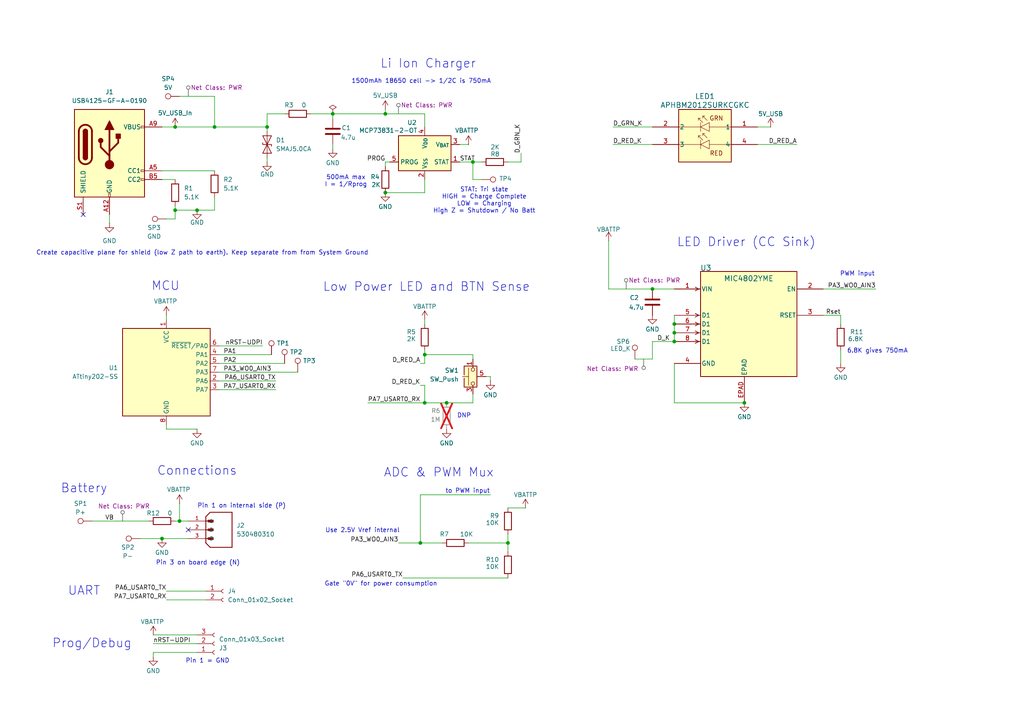
<source format=kicad_sch>
(kicad_sch (version 20250114) (generator "eeschema") (generator_version "9.0")
  (paper "A4")
  (lib_symbols
    (symbol "0_new_symbol_lib:530480310" (pin_names (offset 1.016))
      (property "Reference" "J" (at 0 6.35 0))
      (property "Value" "530480310" (at 0 -7.62 0))
      (symbol "530480310_0_0"
        (polyline (pts (xy 0 3.81) (xy 0 -3.81)) (stroke (width 0.254)))
        (polyline (pts (xy 0 3.81) (xy 1.27 5.08)) (stroke (width 0.254)))
        (polyline (pts (xy 0 2.54) (xy 1.905 2.54)) (stroke (width 0.254)))
        (polyline (pts (xy 0 0) (xy 1.905 0)) (stroke (width 0.254)))
        (polyline (pts (xy 0 -2.54) (xy 1.905 -2.54)) (stroke (width 0.254)))
        (polyline (pts (xy 0 -3.81) (xy 1.27 -5.08)) (stroke (width 0.254)))
        (rectangle (start 0.635 2.2225) (end 2.2225 2.8575) (stroke (width 0.1)) (fill (type outline)))
        (rectangle (start 0.635 -0.3175) (end 2.2225 0.3175) (stroke (width 0.1)) (fill (type outline)))
        (rectangle (start 0.635 -2.8575) (end 2.2225 -2.2225) (stroke (width 0.1)) (fill (type outline)))
        (polyline (pts (xy 1.27 -5.08) (xy 7.62 -5.08)) (stroke (width 0.254)))
        (polyline (pts (xy 7.62 5.08) (xy 1.27 5.08)) (stroke (width 0.254)))
        (polyline (pts (xy 7.62 -5.08) (xy 7.62 5.08)) (stroke (width 0.254)))
        (pin passive line (at -5.08 2.54 0) (length 5.08) (name "1") (number "1"))
        (pin passive line (at -5.08 0 0) (length 5.08) (name "2") (number "2"))
        (pin passive line (at -5.08 -2.54 0) (length 5.08) (name "3") (number "3"))
      )
    )
    (symbol "0_new_symbol_lib:APHBM2012SURKCGKC" (pin_names (offset 0.254))
      (property "Reference" "D" (at -1.016 11.938 0))
      (property "Value" "APHBM2012SURKCGKC" (at -1.016 9.398 0))
      (symbol "APHBM2012SURKCGKC_0_1"
        (polyline (pts (xy -7.62 2.54) (xy -1.27 2.54)) (stroke (width 0.127)))
        (polyline (pts (xy -7.62 -2.54) (xy -1.27 -2.54)) (stroke (width 0.127)))
        (polyline (pts (xy -1.905 5.08) (xy -1.905 4.445)) (stroke (width 0.127)))
        (polyline (pts (xy -1.905 5.08) (xy -1.27 5.08)) (stroke (width 0.127)))
        (polyline (pts (xy -1.905 0) (xy -1.905 -0.635)) (stroke (width 0.127)))
        (polyline (pts (xy -1.905 0) (xy -1.27 0)) (stroke (width 0.127)))
        (polyline (pts (xy -1.27 2.54) (xy 1.27 1.27)) (stroke (width 0.127)))
        (polyline (pts (xy -1.27 1.27) (xy -1.27 3.81)) (stroke (width 0.127)))
        (polyline (pts (xy -1.27 -2.54) (xy 1.27 -3.81)) (stroke (width 0.127)))
        (polyline (pts (xy -1.27 -3.81) (xy -1.27 -1.27)) (stroke (width 0.127)))
        (polyline (pts (xy -0.635 5.715) (xy 0 5.715)) (stroke (width 0.127)))
        (polyline (pts (xy -0.635 5.08) (xy -0.635 5.715)) (stroke (width 0.127)))
        (polyline (pts (xy -0.635 3.81) (xy -1.905 5.08)) (stroke (width 0.127)))
        (polyline (pts (xy -0.635 0.635) (xy 0 0.635)) (stroke (width 0.127)))
        (polyline (pts (xy -0.635 0) (xy -0.635 0.635)) (stroke (width 0.127)))
        (polyline (pts (xy -0.635 -1.27) (xy -1.905 0)) (stroke (width 0.127)))
        (polyline (pts (xy 0.635 4.445) (xy -0.635 5.715)) (stroke (width 0.127)))
        (polyline (pts (xy 0.635 -0.635) (xy -0.635 0.635)) (stroke (width 0.127)))
        (polyline (pts (xy 1.27 3.81) (xy -1.27 2.54)) (stroke (width 0.127)))
        (polyline (pts (xy 1.27 3.81) (xy 1.27 1.27)) (stroke (width 0.127)))
        (polyline (pts (xy 1.27 2.54) (xy 7.62 2.54)) (stroke (width 0.127)))
        (polyline (pts (xy 1.27 -1.27) (xy -1.27 -2.54)) (stroke (width 0.127)))
        (polyline (pts (xy 1.27 -1.27) (xy 1.27 -3.81)) (stroke (width 0.127)))
        (polyline (pts (xy 1.27 -2.54) (xy 7.62 -2.54)) (stroke (width 0.127)))
        (pin unspecified line (at -15.24 2.54 0) (length 7.62) (name "2") (number "2"))
        (pin unspecified line (at -15.24 -2.54 0) (length 7.62) (name "3") (number "3"))
        (pin unspecified line (at 15.24 2.54 180) (length 7.62) (name "1") (number "1"))
        (pin unspecified line (at 15.24 -2.54 180) (length 7.62) (name "4") (number "4"))
      )
      (symbol "APHBM2012SURKCGKC_1_1"
        (rectangle (start -7.62 7.62) (end 7.62 -7.62) (stroke (width 0.254) (color 132 0 0 1)) (fill (type background)))
        (text "GRN" (at 3.302 5.08 0) (effects (font (size 1.27 1.27))))
        (text "RED" (at 3.302 -5.08 0) (effects (font (size 1.27 1.27))))
      )
    )
    (symbol "0_new_symbol_lib:MIC4802YME" (pin_names (offset 0.254))
      (symbol "MIC4802YME_0_1"
        (polyline (pts (xy -14.4907 7.62) (xy -15.5321 8.1407)) (stroke (width 0.2032)))
        (polyline (pts (xy -14.4907 7.62) (xy -15.5321 7.0993)) (stroke (width 0.2032)))
        (polyline (pts (xy -14.4907 0) (xy -15.5321 0.5207)) (stroke (width 0.2032)))
        (polyline (pts (xy -14.4907 0) (xy -15.5321 -0.5207)) (stroke (width 0.2032)))
        (polyline (pts (xy -14.4907 -2.54) (xy -15.5321 -2.0193)) (stroke (width 0.2032)))
        (polyline (pts (xy -14.4907 -2.54) (xy -15.5321 -3.0607)) (stroke (width 0.2032)))
        (polyline (pts (xy -14.4907 -5.08) (xy -15.5321 -4.5593)) (stroke (width 0.2032)))
        (polyline (pts (xy -14.4907 -5.08) (xy -15.5321 -5.6007)) (stroke (width 0.2032)))
        (polyline (pts (xy -14.4907 -7.62) (xy -15.5321 -7.0993)) (stroke (width 0.2032)))
        (polyline (pts (xy -14.4907 -7.62) (xy -15.5321 -8.1407)) (stroke (width 0.2032)))
        (pin input line (at -21.59 7.62 0) (length 7.62) (name "VIN") (number "1"))
        (pin input line (at -21.59 0 0) (length 7.62) (name "D1") (number "5"))
        (pin input line (at -21.59 -2.54 0) (length 7.62) (name "D1") (number "6"))
        (pin input line (at -21.59 -5.08 0) (length 7.62) (name "D1") (number "7"))
        (pin input line (at -21.59 -7.62 0) (length 7.62) (name "D1") (number "8"))
        (pin power_in line (at -21.59 -13.97 0) (length 7.62) (name "GND") (number "4"))
        (pin unspecified line (at -1.27 -25.4 90) (length 7.62) (name "EPAD") (number "EPAD"))
        (pin unspecified line (at 21.59 7.62 180) (length 7.62) (name "EN") (number "2"))
        (pin unspecified line (at 21.59 0 180) (length 7.62) (name "RSET") (number "3"))
      )
      (symbol "MIC4802YME_1_1"
        (rectangle (start -13.97 12.7) (end 13.97 -17.78) (stroke (width 0.254) (color 132 0 0 1)) (fill (type background)))
      )
    )
    (symbol "0_new_symbol_lib:SW_Push_Shielded_User" (pin_names (offset 1.016) (hide yes))
      (property "Reference" "SW1" (at -1.778 4.064 90))
      (property "Value" "SW_Push" (at 0.7621 4.064 90))
      (symbol "SW_Push_Shielded_User_0_1"
        (circle (center -2.032 0) (radius 0.508))
        (polyline (pts (xy 0 1.27) (xy 0 3.048)))
        (polyline (pts (xy 0.508 2.54) (xy 3.048 2.54) (xy 3.048 -1.143) (xy -3.048 -1.143) (xy -3.048 2.54) (xy -0.508 2.54)) (stroke (width -0.0254)))
        (polyline (pts (xy 0.508 2.54) (xy 3.048 2.54) (xy 3.048 -1.143) (xy -3.048 -1.143) (xy -3.048 2.54) (xy -0.508 2.54)) (stroke (width 0.254)))
        (circle (center 2.032 0) (radius 0.508))
        (polyline (pts (xy 2.54 1.27) (xy -2.54 1.27)))
      )
      (symbol "SW_Push_Shielded_User_1_1"
        (rectangle (start -3.048 2.54) (end 3.048 -1.27) (stroke (width -0.0254)) (fill (type background)))
        (pin passive line (at -5.08 0 0) (length 2.54) (name "1") (number "1"))
        (pin passive line (at -5.08 0 0) (length 2.54) (hide yes) (name "2") (number "2"))
        (pin passive line (at 0 -3.81 90) (length 2.54) (name "SHD") (number "5"))
        (pin passive line (at 5.08 0 180) (length 2.54) (name "3") (number "3"))
        (pin passive line (at 5.08 0 180) (length 2.54) (hide yes) (name "4") (number "4"))
      )
    )
    (symbol "Battery_Management:MCP73831-2-OT"
      (property "Reference" "U" (at -7.62 6.35 0))
      (property "Value" "MCP73831-2-OT" (at 1.27 6.35 0))
      (symbol "MCP73831-2-OT_0_1"
        (rectangle (start -7.62 5.08) (end 7.62 -5.08) (stroke (width 0.254)) (fill (type background)))
      )
      (symbol "MCP73831-2-OT_1_1"
        (pin input line (at -10.16 -2.54 0) (length 2.54) (name "PROG") (number "5"))
        (pin power_in line (at 0 7.62 270) (length 2.54) (name "V_{DD}") (number "4"))
        (pin power_in line (at 0 -7.62 90) (length 2.54) (name "V_{SS}") (number "2"))
        (pin power_out line (at 10.16 2.54 180) (length 2.54) (name "V_{BAT}") (number "3"))
        (pin tri_state line (at 10.16 -2.54 180) (length 2.54) (name "STAT") (number "1"))
      )
    )
    (symbol "Connector:Conn_01x02_Socket" (pin_names (offset 1.016) (hide yes))
      (property "Reference" "J" (at 0 2.54 0))
      (property "Value" "Conn_01x02_Socket" (at 0 -5.08 0))
      (symbol "Conn_01x02_Socket_1_1"
        (polyline (pts (xy -1.27 0) (xy -0.508 0)) (stroke (width 0.1524)))
        (polyline (pts (xy -1.27 -2.54) (xy -0.508 -2.54)) (stroke (width 0.1524)))
        (arc (start 0 -0.508) (mid -0.5058 0) (end 0 0.508) (stroke (width 0.1524)))
        (arc (start 0 -3.048) (mid -0.5058 -2.54) (end 0 -2.032) (stroke (width 0.1524)))
        (pin passive line (at -5.08 0 0) (length 3.81) (name "Pin_1") (number "1"))
        (pin passive line (at -5.08 -2.54 0) (length 3.81) (name "Pin_2") (number "2"))
      )
    )
    (symbol "Connector:Conn_01x03_Socket" (pin_names (offset 1.016) (hide yes))
      (property "Reference" "J" (at 0 5.08 0))
      (property "Value" "Conn_01x03_Socket" (at 0 -5.08 0))
      (symbol "Conn_01x03_Socket_1_1"
        (polyline (pts (xy -1.27 2.54) (xy -0.508 2.54)) (stroke (width 0.1524)))
        (polyline (pts (xy -1.27 0) (xy -0.508 0)) (stroke (width 0.1524)))
        (polyline (pts (xy -1.27 -2.54) (xy -0.508 -2.54)) (stroke (width 0.1524)))
        (arc (start 0 2.032) (mid -0.5058 2.54) (end 0 3.048) (stroke (width 0.1524)))
        (arc (start 0 -0.508) (mid -0.5058 0) (end 0 0.508) (stroke (width 0.1524)))
        (arc (start 0 -3.048) (mid -0.5058 -2.54) (end 0 -2.032) (stroke (width 0.1524)))
        (pin passive line (at -5.08 2.54 0) (length 3.81) (name "Pin_1") (number "1"))
        (pin passive line (at -5.08 0 0) (length 3.81) (name "Pin_2") (number "2"))
        (pin passive line (at -5.08 -2.54 0) (length 3.81) (name "Pin_3") (number "3"))
      )
    )
    (symbol "Connector:TestPoint" (pin_numbers (hide yes)) (pin_names (offset 0.762) (hide yes))
      (property "Reference" "TP" (at 0 6.858 0))
      (property "Value" "TestPoint" (at 0 5.08 0))
      (symbol "TestPoint_0_1"
        (circle (center 0 3.302) (radius 0.762))
      )
      (symbol "TestPoint_1_1"
        (pin passive line (at 0 0 90) (length 2.54) (name "1") (number "1"))
      )
    )
    (symbol "Connector:USB_C_Receptacle_PowerOnly_6P" (pin_names (offset 1.016))
      (property "Reference" "J1" (at 0 17.78 0))
      (property "Value" "USB4125-GF-A-0190" (at 0 15.24 0))
      (symbol "USB_C_Receptacle_PowerOnly_6P_0_0"
        (rectangle (start -0.254 -12.7) (end 0.254 -11.684))
        (rectangle (start 10.16 7.874) (end 9.144 7.366))
        (rectangle (start 10.16 -4.826) (end 9.144 -5.334))
        (rectangle (start 10.16 -7.366) (end 9.144 -7.874))
      )
      (symbol "USB_C_Receptacle_PowerOnly_6P_0_1"
        (rectangle (start -10.16 12.7) (end 10.16 -12.7) (stroke (width 0.254)) (fill (type background)))
        (polyline (pts (xy -8.89 -1.27) (xy -8.89 6.35)) (stroke (width 0.508)))
        (rectangle (start -7.62 -1.27) (end -6.35 6.35) (stroke (width 0.254)) (fill (type outline)))
        (arc (start -7.62 6.35) (mid -6.985 6.9823) (end -6.35 6.35) (stroke (width 0.254)))
        (arc (start -7.62 6.35) (mid -6.985 6.9823) (end -6.35 6.35) (stroke (width 0.254)) (fill (type outline)))
        (arc (start -8.89 6.35) (mid -6.985 8.2467) (end -5.08 6.35) (stroke (width 0.508)))
        (arc (start -5.08 -1.27) (mid -6.985 -3.1667) (end -8.89 -1.27) (stroke (width 0.508)))
        (arc (start -6.35 -1.27) (mid -6.985 -1.9023) (end -7.62 -1.27) (stroke (width 0.254)))
        (arc (start -6.35 -1.27) (mid -6.985 -1.9023) (end -7.62 -1.27) (stroke (width 0.254)) (fill (type outline)))
        (polyline (pts (xy -5.08 6.35) (xy -5.08 -1.27)) (stroke (width 0.508)))
        (circle (center -2.54 3.683) (radius 0.635) (stroke (width 0.254)) (fill (type outline)))
        (polyline (pts (xy -1.27 6.858) (xy 0 9.398) (xy 1.27 6.858) (xy -1.27 6.858)) (stroke (width 0.254)) (fill (type outline)))
        (polyline (pts (xy 0 0.508) (xy 2.54 3.048) (xy 2.54 4.318)) (stroke (width 0.508)))
        (polyline (pts (xy 0 -0.762) (xy -2.54 1.778) (xy -2.54 3.048)) (stroke (width 0.508)))
        (polyline (pts (xy 0 -3.302) (xy 0 6.858)) (stroke (width 0.508)))
        (circle (center 0 -3.302) (radius 1.27) (fill (type outline)))
        (rectangle (start 1.905 4.318) (end 3.175 5.588) (stroke (width 0.254)) (fill (type outline)))
      )
      (symbol "USB_C_Receptacle_PowerOnly_6P_1_1"
        (pin passive line (at -7.62 -17.78 90) (length 5.08) (name "SHIELD") (number "S1"))
        (pin power_out line (at 0 -17.78 90) (length 5.08) (name "GND") (number "A12"))
        (pin passive line (at 0 -17.78 90) (length 5.08) (hide yes) (name "GND") (number "B12"))
        (pin power_out line (at 15.24 7.62 180) (length 5.08) (name "VBUS") (number "A9"))
        (pin passive line (at 15.24 7.62 180) (length 5.08) (hide yes) (name "VBUS") (number "B9"))
        (pin bidirectional line (at 15.24 -5.08 180) (length 5.08) (name "CC1") (number "A5"))
        (pin bidirectional line (at 15.24 -7.62 180) (length 5.08) (name "CC2") (number "B5"))
      )
    )
    (symbol "Device:C" (pin_numbers (hide yes)) (pin_names (offset 0.254))
      (property "Reference" "C" (at 0.635 2.54 0))
      (property "Value" "C" (at 0.635 -2.54 0))
      (symbol "C_0_1"
        (polyline (pts (xy -2.032 0.762) (xy 2.032 0.762)) (stroke (width 0.508)))
        (polyline (pts (xy -2.032 -0.762) (xy 2.032 -0.762)) (stroke (width 0.508)))
      )
      (symbol "C_1_1"
        (pin passive line (at 0 3.81 270) (length 2.794) (name "~") (number "1"))
        (pin passive line (at 0 -3.81 90) (length 2.794) (name "~") (number "2"))
      )
    )
    (symbol "Device:R" (pin_numbers (hide yes)) (pin_names (offset 0))
      (property "Reference" "R" (at 2.032 0 90))
      (property "Value" "R" (at 0 0 90))
      (symbol "R_0_1"
        (rectangle (start -1.016 -2.54) (end 1.016 2.54) (stroke (width 0.254)))
      )
      (symbol "R_1_1"
        (pin passive line (at 0 3.81 270) (length 1.27) (name "~") (number "1"))
        (pin passive line (at 0 -3.81 90) (length 1.27) (name "~") (number "2"))
      )
    )
    (symbol "Diode:SMAJ5.0CA" (pin_numbers (hide yes)) (pin_names (offset 1.016) (hide yes))
      (property "Reference" "D" (at 0 2.54 0))
      (property "Value" "SMAJ5.0CA" (at 0 -2.54 0))
      (symbol "SMAJ5.0CA_0_1"
        (polyline (pts (xy -2.54 -1.27) (xy 0 0) (xy -2.54 1.27) (xy -2.54 -1.27)) (stroke (width 0.2032)))
        (polyline (pts (xy 0.508 1.27) (xy 0 1.27) (xy 0 -1.27) (xy -0.508 -1.27)) (stroke (width 0.2032)))
        (polyline (pts (xy 1.27 0) (xy -1.27 0)))
        (polyline (pts (xy 2.54 1.27) (xy 2.54 -1.27) (xy 0 0) (xy 2.54 1.27)) (stroke (width 0.2032)))
      )
      (symbol "SMAJ5.0CA_1_1"
        (pin passive line (at -3.81 0 0) (length 2.54) (name "A1") (number "1"))
        (pin passive line (at 3.81 0 180) (length 2.54) (name "A2") (number "2"))
      )
    )
    (symbol "MCU_Microchip_ATtiny:ATtiny202-SS"
      (property "Reference" "U" (at -12.7 13.97 0))
      (property "Value" "ATtiny202-SS" (at 2.54 -13.97 0))
      (symbol "ATtiny202-SS_0_1"
        (rectangle (start -12.7 -12.7) (end 12.7 12.7) (stroke (width 0.254)) (fill (type background)))
      )
      (symbol "ATtiny202-SS_1_1"
        (pin power_in line (at 0 15.24 270) (length 2.54) (name "VCC") (number "1"))
        (pin power_in line (at 0 -15.24 90) (length 2.54) (name "GND") (number "8"))
        (pin bidirectional line (at 15.24 7.62 180) (length 2.54) (name "~{RESET}/PA0") (number "6"))
        (pin bidirectional line (at 15.24 5.08 180) (length 2.54) (name "PA1") (number "4"))
        (pin bidirectional line (at 15.24 2.54 180) (length 2.54) (name "PA2") (number "5"))
        (pin bidirectional line (at 15.24 0 180) (length 2.54) (name "PA3") (number "7"))
        (pin bidirectional line (at 15.24 -2.54 180) (length 2.54) (name "PA6") (number "2"))
        (pin bidirectional line (at 15.24 -5.08 180) (length 2.54) (name "PA7") (number "3"))
      )
    )
    (symbol "power:GND" (power) (pin_numbers (hide yes)) (pin_names (offset 0) (hide yes))
      (property "Value" "GND" (at 0 -3.81 0))
      (symbol "GND_0_1"
        (polyline (pts (xy 0 0) (xy 0 -1.27) (xy 1.27 -1.27) (xy 0 -2.54) (xy -1.27 -1.27) (xy 0 -1.27)))
      )
      (symbol "GND_1_1"
        (pin power_in line (at 0 0 270) (length 0) (name "~") (number "1"))
      )
    )
    (symbol "power:PWR_FLAG" (power) (pin_numbers (hide yes)) (pin_names (offset 0) (hide yes))
      (property "Value" "PWR_FLAG" (at 0 3.81 0))
      (symbol "PWR_FLAG_0_0"
        (pin power_out line (at 0 0 90) (length 0) (name "~") (number "1"))
      )
      (symbol "PWR_FLAG_0_1"
        (polyline (pts (xy 0 0) (xy 0 1.27) (xy -1.016 1.905) (xy 0 2.54) (xy 1.016 1.905) (xy 0 1.27)))
      )
    )
    (symbol "power:VDD" (power) (pin_numbers (hide yes)) (pin_names (offset 0) (hide yes))
      (property "Value" "VDD" (at 0 3.556 0))
      (symbol "VDD_0_1"
        (polyline (pts (xy -0.762 1.27) (xy 0 2.54)))
        (polyline (pts (xy 0 2.54) (xy 0.762 1.27)))
        (polyline (pts (xy 0 0) (xy 0 2.54)))
      )
      (symbol "VDD_1_1"
        (pin power_in line (at 0 0 90) (length 0) (name "~") (number "1"))
      )
    )
  )
  (text "500mA max\nI = 1/Rprog\n" (at 100.33 52.578 0) (effects (font (size 1.27 1.27))))
  (text "STAT: Tri state\nHIGH = Charge Complete\nLOW = Charging\nHigh Z = Shutdown / No Batt" (at 140.462 58.166 0) (effects (font (size 1.27 1.27))))
  (text "Use 2.5V Vref internal" (at 105.156 153.924 0) (effects (font (size 1.27 1.27))))
  (text "Li Ion Charger\n" (at 124.206 18.542 0) (effects (font (size 2.54 2.54))))
  (text "6.8K gives 750mA" (at 254.508 101.854 0) (effects (font (size 1.27 1.27))))
  (text "Pin 1 on internal side (P)\n" (at 70.104 146.812 0) (effects (font (size 1.27 1.27))))
  (text "Low Power LED and BTN Sense\n" (at 123.698 83.312 0) (effects (font (size 2.54 2.54))))
  (text "Prog/Debug" (at 26.67 186.69 0) (effects (font (size 2.54 2.54))))
  (text "MCU" (at 48.006 83.058 0) (effects (font (size 2.54 2.54))))
  (text "LED Driver (CC Sink)	" (at 226.568 70.358 0) (effects (font (size 2.54 2.54))))
  (text "ADC & PWM Mux" (at 127.254 137.16 0) (effects (font (size 2.54 2.54))))
  (text "Pin 3 on board edge (N)" (at 57.404 163.322 0) (effects (font (size 1.27 1.27))))
  (text "Gate \"0V\" for power consumption" (at 110.49 169.418 0) (effects (font (size 1.27 1.27))))
  (text "Connections" (at 57.15 136.652 0) (effects (font (size 2.54 2.54))))
  (text "Create capacitive plane for shield (low Z path to earth). Keep separate from from System Ground" (at 58.674 73.406 0) (effects (font (size 1.27 1.27))))
  (text "to PWM input\n" (at 135.636 142.494 0) (effects (font (size 1.27 1.27))))
  (text "DNP\n" (at 134.6026 120.6499 0) (effects (font (size 1.27 1.27))))
  (text "Pin 1 = GND" (at 60.198 191.77 0) (effects (font (size 1.27 1.27))))
  (text "Battery" (at 24.384 141.732 0) (effects (font (size 2.54 2.54))))
  (text "1500mAh 18650 cell -> 1/2C is 750mA" (at 122.174 23.622 0) (effects (font (size 1.27 1.27))))
  (text "PWM input\n" (at 248.666 79.502 0) (effects (font (size 1.27 1.27))))
  (text "UART" (at 24.384 171.45 0) (effects (font (size 2.54 2.54))))
  (junction (at 50.8 60.96))
  (junction (at 52.07 151.13))
  (junction (at 215.9 116.84))
  (junction (at 46.99 156.21))
  (junction (at 137.16 46.99))
  (junction (at 195.58 93.98))
  (junction (at 129.54 116.84))
  (junction (at 195.58 99.06))
  (junction (at 195.58 96.52))
  (junction (at 77.47 36.83))
  (junction (at 50.8 36.83))
  (junction (at 111.76 55.88))
  (junction (at 189.23 83.82))
  (junction (at 62.23 36.83))
  (junction (at 123.19 102.87))
  (junction (at 147.32 157.48))
  (junction (at 111.76 33.02))
  (junction (at 96.52 33.02))
  (junction (at 123.19 116.84))
  (junction (at 57.15 60.96))
  (junction (at 121.92 157.48))
  (no_connect (at 54.61 153.67))
  (no_connect (at 24.13 62.23))
  (wire (pts (xy 63.5 102.87) (xy 78.74 102.87)))
  (wire (pts (xy 77.47 36.83) (xy 77.47 38.1)))
  (wire (pts (xy 44.45 190.5) (xy 44.45 189.23)))
  (wire (pts (xy 48.26 124.46) (xy 57.15 124.46)))
  (wire (pts (xy 62.23 27.94) (xy 62.23 36.83)))
  (wire (pts (xy 121.92 105.41) (xy 123.19 105.41)))
  (wire (pts (xy 243.84 101.6) (xy 243.84 105.41)))
  (wire (pts (xy 121.92 143.51) (xy 121.92 157.48)))
  (wire (pts (xy 189.23 99.06) (xy 195.58 99.06)))
  (wire (pts (xy 52.07 146.05) (xy 52.07 151.13)))
  (wire (pts (xy 77.47 33.02) (xy 77.47 36.83)))
  (wire (pts (xy 52.07 27.94) (xy 62.23 27.94)))
  (wire (pts (xy 123.19 111.76) (xy 123.19 116.84)))
  (wire (pts (xy 50.8 60.96) (xy 57.15 60.96)))
  (wire (pts (xy 44.45 184.15) (xy 57.15 184.15)))
  (wire (pts (xy 96.52 41.91) (xy 96.52 43.18)))
  (wire (pts (xy 46.99 49.53) (xy 62.23 49.53)))
  (wire (pts (xy 40.64 156.21) (xy 46.99 156.21)))
  (wire (pts (xy 63.5 100.33) (xy 76.2 100.33)))
  (wire (pts (xy 90.17 33.02) (xy 96.52 33.02)))
  (wire (pts (xy 137.16 52.07) (xy 139.7 52.07)))
  (wire (pts (xy 50.8 63.5) (xy 50.8 60.96)))
  (wire (pts (xy 123.19 92.71) (xy 123.19 93.98)))
  (wire (pts (xy 26.67 151.13) (xy 43.18 151.13)))
  (wire (pts (xy 31.75 62.23) (xy 31.75 64.77)))
  (wire (pts (xy 63.5 105.41) (xy 82.55 105.41)))
  (wire (pts (xy 147.32 154.94) (xy 147.32 157.48)))
  (wire (pts (xy 106.68 116.84) (xy 123.19 116.84)))
  (wire (pts (xy 46.99 36.83) (xy 50.8 36.83)))
  (wire (pts (xy 195.58 91.44) (xy 195.58 93.98)))
  (wire (pts (xy 113.03 46.99) (xy 111.76 46.99)))
  (wire (pts (xy 195.58 116.84) (xy 195.58 105.41)))
  (wire (pts (xy 137.16 46.99) (xy 137.16 52.07)))
  (wire (pts (xy 77.47 45.72) (xy 77.47 46.99)))
  (wire (pts (xy 115.57 157.48) (xy 121.92 157.48)))
  (wire (pts (xy 243.84 91.44) (xy 243.84 93.98)))
  (wire (pts (xy 142.24 109.22) (xy 140.97 109.22)))
  (wire (pts (xy 238.76 91.44) (xy 243.84 91.44)))
  (wire (pts (xy 116.84 167.64) (xy 147.32 167.64)))
  (wire (pts (xy 123.19 52.07) (xy 123.19 55.88)))
  (wire (pts (xy 142.24 110.49) (xy 142.24 109.22)))
  (wire (pts (xy 46.99 156.21) (xy 54.61 156.21)))
  (wire (pts (xy 62.23 60.96) (xy 57.15 60.96)))
  (wire (pts (xy 176.53 69.85) (xy 176.53 83.82)))
  (wire (pts (xy 123.19 55.88) (xy 111.76 55.88)))
  (wire (pts (xy 77.47 33.02) (xy 82.55 33.02)))
  (wire (pts (xy 62.23 36.83) (xy 77.47 36.83)))
  (wire (pts (xy 139.7 46.99) (xy 137.16 46.99)))
  (wire (pts (xy 147.32 157.48) (xy 147.32 160.02)))
  (wire (pts (xy 195.58 96.52) (xy 195.58 99.06)))
  (wire (pts (xy 123.19 105.41) (xy 123.19 102.87)))
  (wire (pts (xy 48.26 63.5) (xy 50.8 63.5)))
  (wire (pts (xy 177.8 36.83) (xy 189.23 36.83)))
  (wire (pts (xy 52.07 151.13) (xy 54.61 151.13)))
  (wire (pts (xy 123.19 101.6) (xy 123.19 102.87)))
  (wire (pts (xy 151.13 46.99) (xy 147.32 46.99)))
  (wire (pts (xy 44.45 189.23) (xy 57.15 189.23)))
  (wire (pts (xy 96.52 33.02) (xy 111.76 33.02)))
  (wire (pts (xy 121.92 157.48) (xy 128.27 157.48)))
  (wire (pts (xy 48.26 173.99) (xy 59.69 173.99)))
  (wire (pts (xy 219.71 36.83) (xy 223.52 36.83)))
  (wire (pts (xy 137.16 104.14) (xy 137.16 102.87)))
  (wire (pts (xy 48.26 171.45) (xy 59.69 171.45)))
  (wire (pts (xy 151.13 44.45) (xy 151.13 46.99)))
  (wire (pts (xy 121.92 143.51) (xy 142.24 143.51)))
  (wire (pts (xy 189.23 83.82) (xy 195.58 83.82)))
  (wire (pts (xy 50.8 36.83) (xy 62.23 36.83)))
  (wire (pts (xy 63.5 113.03) (xy 80.01 113.03)))
  (wire (pts (xy 137.16 114.3) (xy 137.16 116.84)))
  (wire (pts (xy 135.89 157.48) (xy 147.32 157.48)))
  (wire (pts (xy 123.19 102.87) (xy 137.16 102.87)))
  (wire (pts (xy 189.23 104.14) (xy 189.23 99.06)))
  (wire (pts (xy 63.5 110.49) (xy 80.01 110.49)))
  (wire (pts (xy 195.58 116.84) (xy 215.9 116.84)))
  (wire (pts (xy 238.76 83.82) (xy 254 83.82)))
  (wire (pts (xy 184.15 104.14) (xy 189.23 104.14)))
  (wire (pts (xy 177.8 41.91) (xy 189.23 41.91)))
  (wire (pts (xy 176.53 83.82) (xy 189.23 83.82)))
  (wire (pts (xy 152.4 147.32) (xy 147.32 147.32)))
  (wire (pts (xy 123.19 33.02) (xy 123.19 36.83)))
  (wire (pts (xy 96.52 33.02) (xy 96.52 34.29)))
  (wire (pts (xy 129.54 116.84) (xy 137.16 116.84)))
  (wire (pts (xy 133.35 46.99) (xy 137.16 46.99)))
  (wire (pts (xy 44.45 186.69) (xy 57.15 186.69)))
  (wire (pts (xy 62.23 57.15) (xy 62.23 60.96)))
  (wire (pts (xy 50.8 151.13) (xy 52.07 151.13)))
  (wire (pts (xy 135.89 41.91) (xy 133.35 41.91)))
  (wire (pts (xy 111.76 31.75) (xy 111.76 33.02)))
  (wire (pts (xy 195.58 93.98) (xy 195.58 96.52)))
  (wire (pts (xy 63.5 107.95) (xy 86.36 107.95)))
  (wire (pts (xy 123.19 116.84) (xy 129.54 116.84)))
  (wire (pts (xy 48.26 123.19) (xy 48.26 124.46)))
  (wire (pts (xy 48.26 91.44) (xy 48.26 92.71)))
  (wire (pts (xy 219.71 41.91) (xy 231.14 41.91)))
  (wire (pts (xy 50.8 59.69) (xy 50.8 60.96)))
  (wire (pts (xy 111.76 33.02) (xy 123.19 33.02)))
  (wire (pts (xy 111.76 46.99) (xy 111.76 48.26)))
  (wire (pts (xy 121.92 111.76) (xy 123.19 111.76)))
  (wire (pts (xy 46.99 52.07) (xy 50.8 52.07)))
  (label "STAT" (at 133.35 46.99 0))
  (label "D_GRN_K" (at 177.8 36.83 0))
  (label "nRST-UDPI" (at 76.2 100.33 180))
  (label "PA6_USART0_TX" (at 116.84 167.64 180))
  (label "PA6_USART0_TX" (at 48.26 171.45 180))
  (label "nRST-UDPI" (at 44.45 186.69 0))
  (label "VB" (at 30.48 151.13 0))
  (label "PA6_USART0_TX" (at 80.01 110.49 180))
  (label "PA3_WO0_AIN3" (at 78.74 107.95 180))
  (label "PROG" (at 111.76 46.99 180))
  (label "PA7_USART0_RX" (at 106.68 116.84 0))
  (label "PA2" (at 68.58 105.41 180))
  (label "D_GRN_K" (at 151.13 44.45 90))
  (label "Rset" (at 243.84 91.44 180))
  (label "D_RED_K" (at 177.8 41.91 0))
  (label "PA3_WO0_AIN3" (at 115.57 157.48 180))
  (label "PA3_WO0_AIN3" (at 254 83.82 180))
  (label "D_RED_A" (at 231.14 41.91 180))
  (label "D_K" (at 194.31 99.06 180))
  (label "D_RED_A" (at 121.92 105.41 180))
  (label "D_RED_K" (at 121.92 111.76 180))
  (label "PA7_USART0_RX" (at 80.01 113.03 180))
  (label "PA7_USART0_RX" (at 48.26 173.99 180))
  (label "PA1" (at 68.58 102.87 180))
  (netclass_flag "" (length 2.54) (shape round) (at 181.61 83.82 0) (property "Netclass" "PWR" (at 182.3085 81.28 0) (show_name yes) (effects (justify left))))
  (netclass_flag "" (length 2.54) (shape round) (at 54.61 27.94 0) (property "Netclass" "PWR" (at 55.3085 25.4 0) (show_name yes) (effects (justify left))))
  (netclass_flag "" (length 2.54) (shape round) (at 186.69 104.14 180) (property "Netclass" "PWR" (at 185.166 106.934 0) (show_name yes) (effects (justify right))))
  (netclass_flag "" (length 2.54) (shape round) (at 115.57 33.02 0) (property "Netclass" "PWR" (at 116.2685 30.48 0) (show_name yes) (effects (justify left))))
  (netclass_flag "" (length 2.54) (shape round) (at 35.56 151.13 0) (property "Netclass" "PWR" (at 28.448 146.812 0) (show_name yes) (effects (justify left))))
  (symbol (lib_id "Device:C") (at 189.23 87.63 0) (unit 1)
    (property "Reference" "C2" (at 182.626 86.36 0) (effects (justify left)))
    (property "Value" "4.7u" (at 182.372 89.154 0) (effects (justify left)))
    (property "Footprint" "Capacitor_SMD:C_0603_1608Metric_Pad1.08x0.95mm_HandSolder" (effects (hide yes)))
    (property "Description" "Unpolarized capacitor" (effects (hide yes)))
    (property "Subsystem" "03-Charger" (effects (hide yes)))
    (property "MPN" "(Generic)" (effects (hide yes)))
    (property "Manufacturer" "(Generic)" (effects (hide yes)))
    (property "Package" "0603" (effects (hide yes)))
    (property "Supplier 1" "(Generic)" (effects (hide yes)))
    (property "Lab_In_Stock" "Y" (effects (hide yes)))
  )
  (symbol (lib_id "power:GND") (at 57.15 124.46 0) (unit 1)
    (property "Reference" "#PWR09" (effects (hide yes)))
    (property "Value" "GND" (at 57.15 128.524 0))
    (property "Description" "Power symbol creates a global label with name \"GND\" , ground" (effects (hide yes)))
  )
  (symbol (lib_id "power:GND") (at 215.9 116.84 0) (unit 1)
    (property "Reference" "#PWR021" (effects (hide yes)))
    (property "Value" "GND" (at 215.9 120.904 0))
    (property "Description" "Power symbol creates a global label with name \"GND\" , ground" (effects (hide yes)))
  )
  (symbol (lib_id "power:GND") (at 129.54 124.46 0) (unit 1)
    (property "Reference" "#PWR015" (effects (hide yes)))
    (property "Value" "GND" (at 129.54 128.524 0))
    (property "Description" "Power symbol creates a global label with name \"GND\" , ground" (effects (hide yes)))
  )
  (symbol (lib_id "power:VDD") (at 50.8 36.83 0) (unit 1)
    (property "Reference" "#PWR07" (effects (hide yes)))
    (property "Value" "5V_USB_In" (at 50.8 32.766 0))
    (property "Description" "Power symbol creates a global label with name \"VDD\"" (effects (hide yes)))
  )
  (symbol (lib_id "Device:C") (at 96.52 38.1 0) (unit 1)
    (property "Reference" "C1" (at 99.06 37.084 0) (effects (justify left)))
    (property "Value" "4.7u" (at 98.806 39.878 0) (effects (justify left)))
    (property "Footprint" "Capacitor_SMD:C_0603_1608Metric_Pad1.08x0.95mm_HandSolder" (effects (hide yes)))
    (property "Description" "Unpolarized capacitor" (effects (hide yes)))
    (property "Subsystem" "03-Charger" (effects (hide yes)))
    (property "MPN" "(Generic)" (effects (hide yes)))
    (property "Manufacturer" "(Generic)" (effects (hide yes)))
    (property "Package" "0603" (effects (hide yes)))
    (property "Supplier 1" "(Generic)" (effects (hide yes)))
    (property "Lab_In_Stock" "Y" (effects (hide yes)))
  )
  (symbol (lib_id "Device:R") (at 147.32 163.83 0) (unit 1)
    (property "Reference" "R10" (at 144.78 162.306 0) (effects (justify right)))
    (property "Value" "10K" (at 144.78 164.338 0) (effects (justify right)))
    (property "Footprint" "Resistor_SMD:R_0603_1608Metric_Pad0.98x0.95mm_HandSolder" (effects (hide yes)))
    (property "Description" "Resistor 0603 10KOhm" (effects (hide yes)))
    (property "Subsystem" "03-Charger" (effects (hide yes)))
    (property "MPN" "(Generic)" (effects (hide yes)))
    (property "Manufacturer" "(Generic)" (effects (hide yes)))
    (property "Package" "0805" (effects (hide yes)))
    (property "Supplier 1" "(Generic)" (effects (hide yes)))
  )
  (symbol (lib_id "0_new_symbol_lib:530480310") (at 59.69 153.67 0) (unit 1)
    (property "Reference" "J2" (at 68.58 152.3999 0) (effects (justify left)))
    (property "Value" "530480310" (at 68.58 154.9399 0) (effects (justify left)))
    (property "Footprint" "a_project_footprints:MOLEX_530480310" (effects (hide yes)))
    (property "Description" "CONN HEADER R/A 3POS 1.25MM" (effects (hide yes)))
    (property "PARTREV" "A" (effects (hide yes)))
    (property "STANDARD" "Manufacturer Recommendations" (effects (hide yes)))
    (property "MAXIMUM_PACKAGE_HEIGHT" "3.5 mm" (effects (hide yes)))
    (property "Manufacturer" "Molex" (effects (hide yes)))
    (property "MPN" "530480310" (effects (hide yes)))
    (property "Supplier 1" "Digikey" (effects (hide yes)))
    (property "Supplier 1 URL" "https://www.digikey.jp/en/products/detail/molex/0530480310/242865?s=N4IgTCBcDaIKwGYAMAWAHEhBGJIC6AvkA" (effects (hide yes)))
    (property "MANUFACTURER" "Molex" (effects (hide yes)))
  )
  (symbol (lib_id "Device:R") (at 62.23 53.34 0) (unit 1)
    (property "Reference" "R2" (at 64.77 52.0699 0) (effects (justify left)))
    (property "Value" "5.1K" (at 64.77 54.6099 0) (effects (justify left)))
    (property "Footprint" "Resistor_SMD:R_0603_1608Metric_Pad0.98x0.95mm_HandSolder" (effects (hide yes)))
    (property "Description" "Resistor 0603 5.1K" (effects (hide yes)))
    (property "MPN" "(Generic)" (effects (hide yes)))
  )
  (symbol (lib_id "power:VDD") (at 52.07 146.05 0) (unit 1)
    (property "Reference" "#PWR04" (effects (hide yes)))
    (property "Value" "VBATTP" (at 51.816 141.986 0))
    (property "Description" "Power symbol creates a global label with name \"VDD\"" (effects (hide yes)))
  )
  (symbol (lib_id "0_new_symbol_lib:APHBM2012SURKCGKC") (at 204.47 39.37 0) (unit 1)
    (property "Reference" "LED1" (at 204.47 27.94 0) (effects (font (size 1.524 1.524))))
    (property "Value" "APHBM2012SURKCGKC" (at 204.47 30.48 0) (effects (font (size 1.524 1.524))))
    (property "Footprint" "a_project_footprints:APHBM2012_KNB" (effects (hide yes)))
    (property "Datasheet" "APHBM2012SURKCGKC" (effects (hide yes)))
    (property "Description" "LED GREEN/RED CLEAR 2012(mm) SMD" (effects (hide yes)))
    (property "Manufacturer" "Kingbright" (effects (hide yes)))
    (property "MPN" "APHBM2012SURKCGKC" (effects (hide yes)))
    (property "Supplier 1" "Digikey" (effects (hide yes)))
    (property "Supplier 1 URL" "https://www.digikey.jp/ja/products/detail/kingbright/APHBM2012SURKCGKC/1747491" (effects (hide yes)))
  )
  (symbol (lib_id "Device:R") (at 143.51 46.99 270) (unit 1)
    (property "Reference" "R8" (at 142.24 44.704 90) (effects (justify left)))
    (property "Value" "2K" (at 142.24 42.672 90) (effects (justify left)))
    (property "Footprint" "Resistor_SMD:R_0603_1608Metric_Pad0.98x0.95mm_HandSolder" (effects (hide yes)))
    (property "Description" "Resistor 0603 2KOhm" (effects (hide yes)))
    (property "Subsystem" "03-Charger" (effects (hide yes)))
    (property "MPN" "(Generic)" (effects (hide yes)))
    (property "Manufacturer" "(Generic)" (effects (hide yes)))
    (property "Package" "0805" (effects (hide yes)))
    (property "Supplier 1" "(Generic)" (effects (hide yes)))
  )
  (symbol (lib_id "Battery_Management:MCP73831-2-OT") (at 123.19 44.45 0) (unit 1)
    (property "Reference" "U2" (at 118.11 35.56 0) (effects (justify left)))
    (property "Value" "MCP73831-2-OT" (at 104.14 37.846 0) (effects (justify left)))
    (property "Footprint" "Package_TO_SOT_SMD:SOT-23-5" (effects (hide yes)))
    (property "Datasheet" "http://ww1.microchip.com/downloads/en/DeviceDoc/20001984g.pdf" (effects (hide yes)))
    (property "Description" "Single cell, Li-Ion/Li-Po charge management controller, 4.20V, Tri-State Status Output, in SOT23-5 package" (effects (hide yes)))
    (property "MPN" "MCP73831T-2ACI/OT" (effects (hide yes)))
    (property "Manufacturer" "Microchip Technology" (effects (hide yes)))
    (property "Package" "SOT23-5" (effects (hide yes)))
    (property "Supplier 1" "Digikey" (effects (hide yes)))
    (property "Supplier 1 URL" "https://www.digikey.jp/en/products/detail/microchip-technology/MCP73831T-2ACI-OT/964301" (effects (hide yes)))
    (property "Subsystem" "03-Charger" (effects (hide yes)))
  )
  (symbol (lib_id "power:PWR_FLAG") (at 96.52 33.02 0) (unit 1)
    (property "Reference" "#FLG01" (effects (hide yes)))
    (property "Value" "PWR_FLAG" (effects (hide yes)))
    (property "Description" "Special symbol for telling ERC where power comes from" (effects (hide yes)))
  )
  (symbol (lib_id "MCU_Microchip_ATtiny:ATtiny202-SS") (at 48.26 107.95 0) (unit 1)
    (property "Reference" "U1" (at 34.29 106.6799 0) (effects (justify right)))
    (property "Value" "ATtiny202-SS" (at 34.29 109.2199 0) (effects (justify right)))
    (property "Footprint" "Package_SO:SOIC-8_3.9x4.9mm_P1.27mm" (effects (hide yes)))
    (property "Datasheet" "http://ww1.microchip.com/downloads/en/DeviceDoc/ATtiny202-402-AVR-MCU-with-Core-Independent-Peripherals_and-picoPower-40001969A.pdf" (effects (hide yes)))
    (property "Description" "20MHz, 2kB Flash, 128B SRAM, 64B EEPROM, SOIC-8" (effects (hide yes)))
    (property "MPN" "ATTINY202-SSN-ND" (effects (hide yes)))
    (property "Manufacturer" "Microchip Technology" (effects (hide yes)))
    (property "Supplier 1" "Digikey" (effects (hide yes)))
    (property "Supplier 1 URL" "https://www.digikey.jp/ja/products/detail/microchip-technology/ATTINY202-SSN/9947534" (effects (hide yes)))
  )
  (symbol (lib_id "power:VDD") (at 135.89 41.91 0) (unit 1)
    (property "Reference" "#PWR016" (effects (hide yes)))
    (property "Value" "VBATTP" (at 135.382 37.846 0))
    (property "Description" "Power symbol creates a global label with name \"VDD\"" (effects (hide yes)))
  )
  (symbol (lib_id "Connector:TestPoint") (at 40.64 156.21 90) (unit 1)
    (property "Reference" "SP2" (at 37.084 158.75 90))
    (property "Value" "P-" (at 37.084 161.29 90))
    (property "Footprint" "Connector_Wire:SolderWirePad_1x01_SMD_1x2mm" (effects (hide yes)))
    (property "Description" "test point" (effects (hide yes)))
    (property "MPN" "N/A" (effects (hide yes)))
  )
  (symbol (lib_id "Device:R") (at 123.19 97.79 0) (unit 1)
    (property "Reference" "R5" (at 120.65 96.266 0) (effects (justify right)))
    (property "Value" "2K" (at 120.65 98.298 0) (effects (justify right)))
    (property "Footprint" "Resistor_SMD:R_0603_1608Metric_Pad0.98x0.95mm_HandSolder" (effects (hide yes)))
    (property "Description" "Resistor 0603 2KOhm" (effects (hide yes)))
    (property "Subsystem" "03-Charger" (effects (hide yes)))
    (property "MPN" "(Generic)" (effects (hide yes)))
    (property "Manufacturer" "(Generic)" (effects (hide yes)))
    (property "Package" "0805" (effects (hide yes)))
    (property "Supplier 1" "(Generic)" (effects (hide yes)))
  )
  (symbol (lib_id "Connector:TestPoint") (at 78.74 102.87 0) (unit 1)
    (property "Reference" "TP1" (at 80.264 99.568 0) (effects (justify left)))
    (property "Value" "U2_VDD" (effects (hide yes)))
    (property "Footprint" "TestPoint:TestPoint_Pad_D1.0mm" (effects (hide yes)))
    (property "Description" "test point" (effects (hide yes)))
    (property "MPN" "N/A" (effects (hide yes)))
  )
  (symbol (lib_id "power:GND") (at 111.76 55.88 0) (unit 1)
    (property "Reference" "#PWR013" (effects (hide yes)))
    (property "Value" "GND" (at 111.76 59.944 0))
    (property "Description" "Power symbol creates a global label with name \"GND\" , ground" (effects (hide yes)))
  )
  (symbol (lib_id "power:GND") (at 31.75 64.77 0) (unit 1)
    (property "Reference" "#PWR01" (effects (hide yes)))
    (property "Value" "GND" (at 31.75 69.85 0))
    (property "Description" "Power symbol creates a global label with name \"GND\" , ground" (effects (hide yes)))
  )
  (symbol (lib_id "Connector:TestPoint") (at 82.55 105.41 0) (unit 1)
    (property "Reference" "TP2" (at 84.074 102.108 0) (effects (justify left)))
    (property "Value" "U2_VDD" (effects (hide yes)))
    (property "Footprint" "TestPoint:TestPoint_Pad_D1.0mm" (effects (hide yes)))
    (property "Description" "test point" (effects (hide yes)))
    (property "MPN" "N/A" (effects (hide yes)))
  )
  (symbol (lib_id "Device:R") (at 50.8 55.88 0) (unit 1)
    (property "Reference" "R1" (at 53.34 54.6099 0) (effects (justify left)))
    (property "Value" "5.1K" (at 53.34 57.1499 0) (effects (justify left)))
    (property "Footprint" "Resistor_SMD:R_0603_1608Metric_Pad0.98x0.95mm_HandSolder" (effects (hide yes)))
    (property "Description" "Resistor 0603 5.1K" (effects (hide yes)))
    (property "MPN" "(Generic)" (effects (hide yes)))
  )
  (symbol (lib_id "power:GND") (at 46.99 156.21 0) (unit 1)
    (property "Reference" "#PWR05" (effects (hide yes)))
    (property "Value" "GND" (at 46.99 160.274 0))
    (property "Description" "Power symbol creates a global label with name \"GND\" , ground" (effects (hide yes)))
  )
  (symbol (lib_id "power:VDD") (at 123.19 92.71 0) (unit 1)
    (property "Reference" "#PWR014" (effects (hide yes)))
    (property "Value" "VBATTP" (at 123.19 88.9 0))
    (property "Description" "Power symbol creates a global label with name \"VDD\"" (effects (hide yes)))
  )
  (symbol (lib_id "Connector:TestPoint") (at 26.67 151.13 90) (unit 1)
    (property "Reference" "SP1" (at 23.368 146.05 90))
    (property "Value" "P+" (at 23.368 148.59 90))
    (property "Footprint" "Connector_Wire:SolderWirePad_1x01_SMD_1x2mm" (effects (hide yes)))
    (property "Description" "test point" (effects (hide yes)))
    (property "MPN" "N/A" (effects (hide yes)))
  )
  (symbol (lib_id "Device:R") (at 243.84 97.79 0) (unit 1)
    (property "Reference" "R11" (at 250.444 96.266 0) (effects (justify right)))
    (property "Value" "6.8K" (at 250.444 98.298 0) (effects (justify right)))
    (property "Footprint" "Resistor_SMD:R_0603_1608Metric_Pad0.98x0.95mm_HandSolder" (effects (hide yes)))
    (property "Description" "Resistor 0603 6.8K 1%" (effects (hide yes)))
    (property "Subsystem" "03-Charger" (effects (hide yes)))
    (property "MPN" "(Generic)" (effects (hide yes)))
    (property "Manufacturer" "(Generic)" (effects (hide yes)))
    (property "Package" "0805" (effects (hide yes)))
    (property "Supplier 1" "(Generic)" (effects (hide yes)))
  )
  (symbol (lib_id "Diode:SMAJ5.0CA") (at 77.47 41.91 90) (unit 1)
    (property "Reference" "D1" (at 80.01 40.6399 90) (effects (justify right)))
    (property "Value" "SMAJ5.0CA" (at 80.01 43.1799 90) (effects (justify right)))
    (property "Footprint" "Diode_SMD:D_SMA" (effects (hide yes)))
    (property "Datasheet" "https://www.littelfuse.com/media?resourcetype=datasheets&itemid=75e32973-b177-4ee3-a0ff-cedaf1abdb93&filename=smaj-datasheet" (effects (hide yes)))
    (property "Description" "TVS DIODE 5VWM 9.2VC DO214AC" (effects (hide yes)))
    (property "MPN" "SMAJ5.0CA" (effects (hide yes)))
    (property "Manufacturer" "Littelfuse" (effects (hide yes)))
    (property "Supplier 1" "Digikey" (effects (hide yes)))
    (property "Supplier 1 URL" "https://www.digikey.jp/en/products/detail/littelfuse-inc/SMAJ5-0CA/762251" (effects (hide yes)))
  )
  (symbol (lib_id "power:GND") (at 243.84 105.41 0) (unit 1)
    (property "Reference" "#PWR023" (effects (hide yes)))
    (property "Value" "GND" (at 243.84 109.474 0))
    (property "Description" "Power symbol creates a global label with name \"GND\" , ground" (effects (hide yes)))
  )
  (symbol (lib_id "Device:R") (at 129.54 120.65 0) (unit 1) (dnp yes)
    (property "Reference" "R6" (at 127.762 119.126 0) (effects (justify right)))
    (property "Value" "1M" (at 127.762 121.666 0) (effects (justify right)))
    (property "Footprint" "Resistor_SMD:R_0603_1608Metric_Pad0.98x0.95mm_HandSolder" (effects (hide yes)))
    (property "Description" "Resistor" (effects (hide yes)))
    (property "Subsystem" "03-Charger" (effects (hide yes)))
    (property "MPN" "(Generic)" (effects (hide yes)))
    (property "Manufacturer" "(Generic)" (effects (hide yes)))
    (property "Package" "0805" (effects (hide yes)))
    (property "Supplier 1" "(Generic)" (effects (hide yes)))
  )
  (symbol (lib_id "power:VDD") (at 44.45 184.15 0) (unit 1)
    (property "Reference" "#PWR02" (effects (hide yes)))
    (property "Value" "VBATTP" (at 44.196 180.34 0))
    (property "Description" "Power symbol creates a global label with name \"VDD\"" (effects (hide yes)))
  )
  (symbol (lib_id "Connector:USB_C_Receptacle_PowerOnly_6P") (at 31.75 44.45 0) (unit 1)
    (property "Reference" "J1" (at 31.75 26.67 0))
    (property "Value" "USB4125-GF-A-0190" (at 31.75 29.21 0))
    (property "Footprint" "a_project_footprints:CONN6_125-GF-A-0190_GCT" (effects (hide yes)))
    (property "Datasheet" "https://www.usb.org/sites/default/files/documents/usb_type-c.zip" (effects (hide yes)))
    (property "Description" "USB Power-Only 6P Type-C Receptacle connector" (effects (hide yes)))
    (property "MPN" "USB4125-GF-A-0190" (effects (hide yes)))
    (property "Manufacturer" "GCT" (effects (hide yes)))
    (property "Supplier 1" "Digikey" (effects (hide yes)))
    (property "Supplier 1 URL" "https://www.digikey.jp/en/products/detail/gct/USB4125-GF-A-0190/14559038?s=N4IgTCBcDaIKoGUBCAWAjGArAWgOIDFsBBbABjQE5SQBdAXyA" (effects (hide yes)))
  )
  (symbol (lib_id "Connector:TestPoint") (at 86.36 107.95 0) (unit 1)
    (property "Reference" "TP3" (at 87.884 104.648 0) (effects (justify left)))
    (property "Value" "U2_VDD" (effects (hide yes)))
    (property "Footprint" "TestPoint:TestPoint_Pad_D1.0mm" (effects (hide yes)))
    (property "Description" "test point" (effects (hide yes)))
    (property "MPN" "N/A" (effects (hide yes)))
  )
  (symbol (lib_id "power:GND") (at 44.45 190.5 0) (unit 1)
    (property "Reference" "#PWR03" (effects (hide yes)))
    (property "Value" "GND" (at 44.45 194.564 0))
    (property "Description" "Power symbol creates a global label with name \"GND\" , ground" (effects (hide yes)))
  )
  (symbol (lib_id "Connector:TestPoint") (at 48.26 63.5 90) (unit 1)
    (property "Reference" "SP3" (at 44.704 66.04 90))
    (property "Value" "GND" (at 44.704 68.58 90))
    (property "Footprint" "Connector_Wire:SolderWirePad_1x01_SMD_1x2mm" (effects (hide yes)))
    (property "Description" "test point" (effects (hide yes)))
    (property "MPN" "N/A" (effects (hide yes)))
  )
  (symbol (lib_id "power:VDD") (at 111.76 31.75 0) (unit 1)
    (property "Reference" "#PWR012" (effects (hide yes)))
    (property "Value" "5V_USB" (at 111.76 27.686 0))
    (property "Description" "Power symbol creates a global label with name \"VDD\"" (effects (hide yes)))
  )
  (symbol (lib_id "Device:R") (at 111.76 52.07 0) (unit 1)
    (property "Reference" "R4" (at 107.442 51.308 0) (effects (justify left)))
    (property "Value" "2K" (at 107.696 53.594 0) (effects (justify left)))
    (property "Footprint" "Resistor_SMD:R_0603_1608Metric_Pad0.98x0.95mm_HandSolder" (effects (hide yes)))
    (property "Description" "Resistor 0603 2KOhm" (effects (hide yes)))
    (property "Subsystem" "03-Charger" (effects (hide yes)))
    (property "MPN" "(Generic)" (effects (hide yes)))
    (property "Manufacturer" "(Generic)" (effects (hide yes)))
    (property "Package" "0805" (effects (hide yes)))
    (property "Supplier 1" "(Generic)" (effects (hide yes)))
  )
  (symbol (lib_id "Connector:TestPoint") (at 139.7 52.07 270) (unit 1)
    (property "Reference" "TP4" (at 144.78 51.816 90) (effects (justify left)))
    (property "Value" "STAT" (effects (hide yes)))
    (property "Footprint" "TestPoint:TestPoint_Pad_D1.0mm" (effects (hide yes)))
    (property "Description" "test point" (effects (hide yes)))
    (property "MPN" "N/A" (effects (hide yes)))
  )
  (symbol (lib_id "Connector:TestPoint") (at 52.07 27.94 90) (unit 1)
    (property "Reference" "SP4" (at 48.768 22.86 90))
    (property "Value" "5V" (at 48.768 25.4 90))
    (property "Footprint" "Connector_Wire:SolderWirePad_1x01_SMD_1x2mm" (effects (hide yes)))
    (property "Description" "test point" (effects (hide yes)))
    (property "MPN" "N/A" (effects (hide yes)))
  )
  (symbol (lib_id "Device:R") (at 86.36 33.02 90) (unit 1)
    (property "Reference" "R3" (at 83.82 30.48 90))
    (property "Value" "0" (at 88.138 30.48 90))
    (property "Footprint" "Resistor_SMD:R_0603_1608Metric_Pad0.98x0.95mm_HandSolder" (effects (hide yes)))
    (property "Description" "Resistor 0603 0Ohm" (effects (hide yes)))
    (property "MPN" "(Generic)" (effects (hide yes)))
  )
  (symbol (lib_id "power:VDD") (at 48.26 91.44 0) (unit 1)
    (property "Reference" "#PWR06" (effects (hide yes)))
    (property "Value" "VBATTP" (at 48.006 87.376 0))
    (property "Description" "Power symbol creates a global label with name \"VDD\"" (effects (hide yes)))
  )
  (symbol (lib_id "power:GND") (at 77.47 46.99 0) (unit 1)
    (property "Reference" "#PWR010" (effects (hide yes)))
    (property "Value" "GND" (at 77.47 50.546 0))
    (property "Description" "Power symbol creates a global label with name \"GND\" , ground" (effects (hide yes)))
  )
  (symbol (lib_id "Connector:Conn_01x03_Socket") (at 62.23 186.69 0) (mirror x) (unit 1)
    (property "Reference" "J3" (at 63.5 187.9601 0) (effects (justify left)))
    (property "Value" "Conn_01x03_Socket" (at 63.5 185.4201 0) (effects (justify left)))
    (property "Footprint" "Connector_PinHeader_2.54mm:PinHeader_1x03_P2.54mm_Vertical" (effects (hide yes)))
    (property "Description" "Generic connector, single row, 01x03, script generated" (effects (hide yes)))
    (property "MPN" "N/A" (effects (hide yes)))
  )
  (symbol (lib_id "0_new_symbol_lib:MIC4802YME") (at 217.17 91.44 0) (unit 1)
    (property "Reference" "U3" (at 204.724 77.724 0) (effects (font (size 1.524 1.524))))
    (property "Value" "MIC4802YME" (at 217.17 80.772 0) (effects (font (size 1.524 1.524))))
    (property "Footprint" "a_project_footprints:SOIC-8_ME_MCL" (effects (hide yes)))
    (property "Datasheet" "MIC4802YME" (effects (hide yes)))
    (property "Description" "LED Driver IC 1 Output Linear PWM Dimming 800mA 8-SOIC-EP" (effects (hide yes)))
    (property "MPN" "MIC4802YME" (effects (hide yes)))
    (property "Manufacturer" "Microchip Technology" (effects (hide yes)))
    (property "Supplier 1" "Digikey" (effects (hide yes)))
    (property "Supplier 1 URL" "https://www.digikey.jp/ja/products/detail/microchip-technology/MIC4802YME/2621444" (effects (hide yes)))
  )
  (symbol (lib_id "power:GND") (at 57.15 60.96 0) (unit 1)
    (property "Reference" "#PWR08" (effects (hide yes)))
    (property "Value" "GND" (at 57.15 64.516 0))
    (property "Description" "Power symbol creates a global label with name \"GND\" , ground" (effects (hide yes)))
  )
  (symbol (lib_id "power:VDD") (at 223.52 36.83 0) (unit 1)
    (property "Reference" "#PWR022" (effects (hide yes)))
    (property "Value" "5V_USB" (at 223.52 33.02 0))
    (property "Description" "Power symbol creates a global label with name \"VDD\"" (effects (hide yes)))
  )
  (symbol (lib_id "power:VDD") (at 152.4 147.32 0) (unit 1)
    (property "Reference" "#PWR018" (effects (hide yes)))
    (property "Value" "VBATTP" (at 152.4 143.51 0))
    (property "Description" "Power symbol creates a global label with name \"VDD\"" (effects (hide yes)))
  )
  (symbol (lib_id "0_new_symbol_lib:SW_Push_Shielded_User") (at 137.16 109.22 90) (mirror x) (unit 1)
    (property "Reference" "SW1" (at 133.096 107.442 90) (effects (justify left)))
    (property "Value" "SW_Push" (at 133.096 109.9821 90) (effects (justify left)))
    (property "Footprint" "a_project_footprints:SWITCH_FSM1LPA_TYC" (effects (hide yes)))
    (property "Description" "Generic push-button switch, two contact pins and shield pin(s)" (effects (hide yes)))
    (property "MPN" "FSM1LPTR" (effects (hide yes)))
    (property "Manufacturer" "TE Connectivity ALCOSWITCH Switches" (effects (hide yes)))
    (property "Supplier 1" "Digikey" (effects (hide yes)))
    (property "Supplier 1 URL" "https://www.digikey.jp/en/products/detail/te-connectivity-alcoswitch-switches/FSM1LPTR/529676?gclsrc=aw.ds" (effects (hide yes)))
  )
  (symbol (lib_id "power:GND") (at 189.23 91.44 0) (unit 1)
    (property "Reference" "#PWR020" (effects (hide yes)))
    (property "Value" "GND" (at 189.23 95.504 0))
    (property "Description" "Power symbol creates a global label with name \"GND\" , ground" (effects (hide yes)))
  )
  (symbol (lib_id "Connector:Conn_01x02_Socket") (at 64.77 171.45 0) (unit 1)
    (property "Reference" "J4" (at 66.04 171.4499 0) (effects (justify left)))
    (property "Value" "Conn_01x02_Socket" (at 66.04 173.9899 0) (effects (justify left)))
    (property "Footprint" "Connector_PinHeader_2.54mm:PinHeader_1x02_P2.54mm_Vertical" (effects (hide yes)))
    (property "Description" "Generic connector, single row, 01x02, script generated" (effects (hide yes)))
    (property "MPN" "N/A" (effects (hide yes)))
  )
  (symbol (lib_id "Device:R") (at 46.99 151.13 270) (unit 1)
    (property "Reference" "R12" (at 44.45 148.844 90))
    (property "Value" "0" (at 49.276 148.844 90))
    (property "Footprint" "Resistor_SMD:R_0603_1608Metric_Pad0.98x0.95mm_HandSolder" (effects (hide yes)))
    (property "Description" "Resistor 0603 0Ohm" (effects (hide yes)))
    (property "MPN" "(Generic)" (effects (hide yes)))
  )
  (symbol (lib_id "Device:R") (at 147.32 151.13 0) (unit 1)
    (property "Reference" "R9" (at 144.78 149.606 0) (effects (justify right)))
    (property "Value" "10K" (at 144.78 151.638 0) (effects (justify right)))
    (property "Footprint" "Resistor_SMD:R_0603_1608Metric_Pad0.98x0.95mm_HandSolder" (effects (hide yes)))
    (property "Description" "Resistor 0603 10KOhm" (effects (hide yes)))
    (property "Subsystem" "03-Charger" (effects (hide yes)))
    (property "MPN" "(Generic)" (effects (hide yes)))
    (property "Manufacturer" "(Generic)" (effects (hide yes)))
    (property "Package" "0805" (effects (hide yes)))
    (property "Supplier 1" "(Generic)" (effects (hide yes)))
  )
  (symbol (lib_id "power:GND") (at 96.52 43.18 0) (unit 1)
    (property "Reference" "#PWR011" (effects (hide yes)))
    (property "Value" "GND" (at 96.52 47.244 0))
    (property "Description" "Power symbol creates a global label with name \"GND\" , ground" (effects (hide yes)))
  )
  (symbol (lib_id "Connector:TestPoint") (at 184.15 104.14 0) (unit 1)
    (property "Reference" "SP6" (at 178.816 99.06 0) (effects (justify left)))
    (property "Value" "LED_K" (at 177.038 101.092 0) (effects (justify left)))
    (property "Footprint" "Connector_Wire:SolderWirePad_1x01_SMD_1x2mm" (effects (hide yes)))
    (property "Description" "test point" (effects (hide yes)))
    (property "MPN" "N/A" (effects (hide yes)))
  )
  (symbol (lib_id "power:GND") (at 142.24 110.49 0) (unit 1)
    (property "Reference" "#PWR017" (effects (hide yes)))
    (property "Value" "GND" (at 142.24 114.554 0))
    (property "Description" "Power symbol creates a global label with name \"GND\" , ground" (effects (hide yes)))
  )
  (symbol (lib_id "Device:R") (at 132.08 157.48 90) (unit 1)
    (property "Reference" "R7" (at 127.508 154.94 90) (effects (justify right)))
    (property "Value" "10K" (at 133.35 154.94 90) (effects (justify right)))
    (property "Footprint" "Resistor_SMD:R_0603_1608Metric_Pad0.98x0.95mm_HandSolder" (effects (hide yes)))
    (property "Description" "Resistor 0603 10KOhm" (effects (hide yes)))
    (property "Subsystem" "03-Charger" (effects (hide yes)))
    (property "MPN" "(Generic)" (effects (hide yes)))
    (property "Manufacturer" "(Generic)" (effects (hide yes)))
    (property "Package" "0805" (effects (hide yes)))
    (property "Supplier 1" "(Generic)" (effects (hide yes)))
  )
  (symbol (lib_id "power:VDD") (at 176.53 69.85 0) (unit 1)
    (property "Reference" "#PWR019" (effects (hide yes)))
    (property "Value" "VBATTP" (at 176.53 66.548 0))
    (property "Description" "Power symbol creates a global label with name \"VDD\"" (effects (hide yes)))
  )
)
</source>
